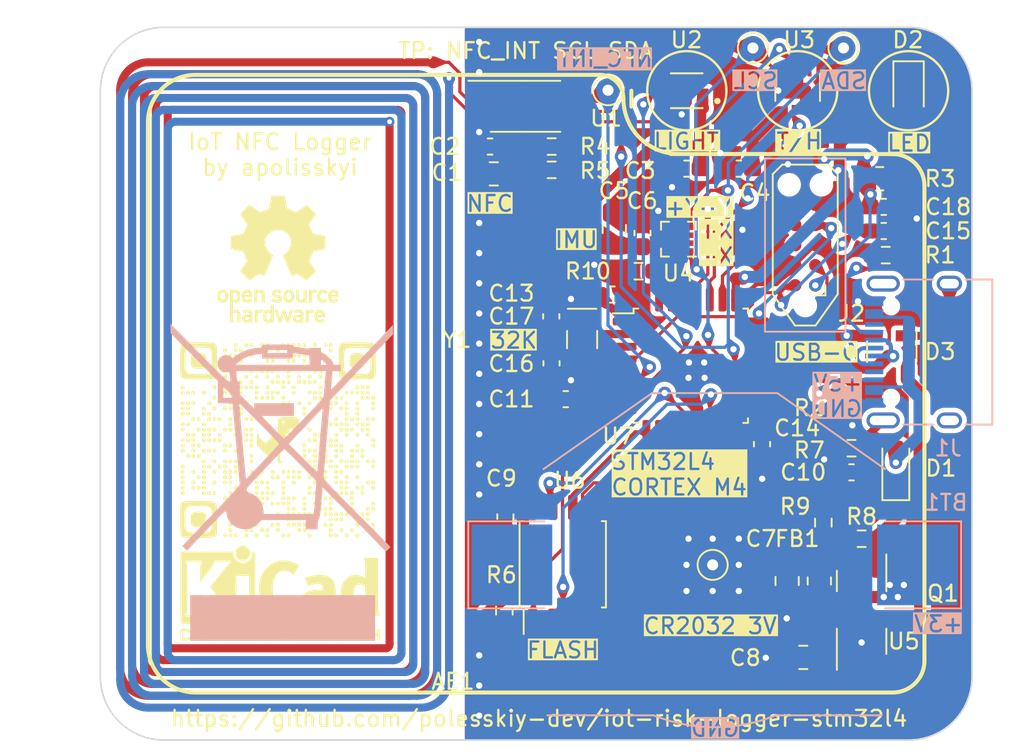
<source format=kicad_pcb>
(kicad_pcb (version 20221018) (generator pcbnew)
  (layers (0 "F.Cu" signal) (31 "B.Cu" signal) (34 "B.Paste" user) (35 "F.Paste" user) (36 "B.SilkS" user "B.Silkscreen") (37 "F.SilkS" user "F.Silkscreen") (38 "B.Mask" user) (39 "F.Mask" user) (44 "Edge.Cuts" user))
  (net 0 "")
  (net 1 "GND")
  (net 2 "_RESET")
  (net 3 "+3V0")
  (net 4 "_LED")
  (net 5 "/GND_SHIELD")
  (net 6 "SWDCLK")
  (net 7 "SWDIO")
  (net 8 "SDA")
  (net 9 "SCL")
  (net 10 "VDD")
  (net 11 "/LSE_IN")
  (net 12 "_NFC_INT")
  (net 13 "_LIGHT_INT")
  (net 14 "IMU_INT1")
  (net 15 "IMU_INT2")
  (net 16 "TEMP_INT")
  (net 17 "_TEMP_RESET")
  (net 18 "/LSE_OUT")
  (net 19 "/+VBUS")
  (net 20 "/+LED")
  (net 21 "USB_N")
  (net 22 "USB_P")
  (net 23 "/CC1")
  (net 25 "USB_VBUS_SENSE")
  (net 28 "SWO")
  (net 29 "/CC2")
  (net 31 "+5V")
  (net 32 "/BOOT0")
  (net 33 "/_QSPI_NCS")
  (net 35 "Net-(U1-AC0)")
  (net 36 "Net-(U1-AC1)")
  (net 42 "/QSPI_IO1")
  (net 43 "/QSPI_IO2")
  (net 44 "/QSPI_IO0")
  (net 45 "/QSPI_CLK")
  (net 46 "/QSPI_IO3")
  (net 47 "/+BATTERY")
  (footprint "Package_TO_SOT_SMD:SOT-23" (layer "F.Cu") (at 153.035 92.456 -90)
    (fp_text reference "Q1")
    (fp_text value "IRLML6401")
  )
  (footprint "TestPoint:TestPoint_THTPad_D1.5mm_Drill0.7mm" (layer "F.Cu") (at 151.892 58.801 90)
    (fp_text reference "TP1" hide)
    (fp_text value "TP: SDA")
  )
  (footprint "Resistor_SMD:R_0603_1608Metric_Pad0.98x0.95mm_HandSolder" (layer "F.Cu") (at 152.4 84.074 180)
    (fp_text reference "R7")
    (fp_text value "1M")
  )
  (footprint "Capacitor_SMD:C_0603_1608Metric" (layer "F.Cu") (at 133.4676 78.7146 -90)
    (fp_text reference "C16")
    (fp_text value "22p")
  )
  (footprint "Capacitor_SMD:C_0603_1608Metric_Pad1.08x0.95mm_HandSolder" (layer "F.Cu") (at 145.288 66.421 180)
    (fp_text reference "C4")
    (fp_text value "100n")
  )
  (footprint "Capacitor_SMD:C_0603_1608Metric_Pad1.08x0.95mm_HandSolder" (layer "F.Cu") (at 134.366 80.9752 180)
    (fp_text reference "C11")
    (fp_text value "100n")
  )
  (footprint "Resistor_SMD:R_0603_1608Metric_Pad0.98x0.95mm_HandSolder" (layer "F.Cu") (at 150.622 88.773 90)
    (fp_text reference "R9")
    (fp_text value "33k")
  )
  (footprint "Capacitor_SMD:C_0603_1608Metric_Pad1.08x0.95mm_HandSolder" (layer "F.Cu") (at 154.432 70.358)
    (fp_text reference "C15")
    (fp_text value "100n")
  )
  (footprint "LED_SMD:LED_0805_2012Metric_Pad1.15x1.40mm_HandSolder" (layer "F.Cu") (at 156 61.5 -90)
    (fp_text reference "D2")
    (fp_text value "LED")
  )
  (footprint "Resistor_SMD:R_0603_1608Metric_Pad0.98x0.95mm_HandSolder" (layer "F.Cu") (at 154.559 71.882)
    (fp_text reference "R1")
    (fp_text value "5k1")
  )
  (footprint "Sensor_Humidity:Sensirion_DFN-8-1EP_2.5x2.5mm_P0.5mm_EP1.1x1.7mm" (layer "F.Cu") (at 149 61.5 -90)
    (fp_text reference "U3")
    (fp_text value "SHT30-DIS")
  )
  (footprint "Package_TO_SOT_SMD:SOT-23-5" (layer "F.Cu") (at 153.035 96.266 90)
    (fp_text reference "U5")
    (fp_text value "AP2112K-3.3")
  )
  (footprint "TestPoint:TestPoint_THTPad_D1.5mm_Drill0.7mm" (layer "F.Cu") (at 146.177 58.801 90)
    (fp_text reference "TP2" hide)
    (fp_text value "TP: SCL")
  )
  (footprint "Resistor_SMD:R_0805_2012Metric_Pad1.20x1.40mm_HandSolder" (layer "F.Cu") (at 150.368 92.456 90)
    (fp_text reference "FB1")
    (fp_text value "330")
  )
  (footprint "Capacitor_SMD:C_0603_1608Metric_Pad1.08x0.95mm_HandSolder" (layer "F.Cu") (at 139.208 70.485 90)
    (fp_text reference "C6")
    (fp_text value "100n")
  )
  (footprint "Package_TO_SOT_SMD:SOT-143" (layer "F.Cu") (at 154.94 77.978 -90)
    (fp_text reference "D3")
    (fp_text value "PRTR5V0U2X")
  )
  (footprint "Resistor_SMD:R_0603_1608Metric_Pad0.98x0.95mm_HandSolder" (layer "F.Cu") (at 151.511 81.661 90)
    (fp_text reference "R2")
    (fp_text value "5k1")
  )
  (footprint "Diode_SMD:D_SOD-323_HandSoldering" (layer "F.Cu") (at 155.194 85.344 90)
    (fp_text reference "D1")
    (fp_text value "BAT60A")
  )
  (footprint "Symbol:KiCad-Logo2_5mm_SilkScreen" (layer "F.Cu") (at 116.332 93.218)
    (fp_text reference "REF99" hide)
    (fp_text value "KiCad-Logo2_5mm_SilkScreen" hide)
  )
  (footprint "Symbol:OSHW-Logo_7.5x8mm_SilkScreen" (layer "F.Cu") (at 116.205 72.136)
    (fp_text reference "REF98" hide)
    (fp_text value "OSHW-Logo_7.5x8mm_SilkScreen" hide)
  )
  (footprint "Resistor_SMD:R_0603_1608Metric_Pad0.98x0.95mm_HandSolder" (layer "F.Cu") (at 130.493 94.325 90)
    (fp_text reference "R6")
    (fp_text value "10k")
  )
  (footprint "Resistor_SMD:R_0805_2012Metric_Pad1.20x1.40mm_HandSolder" (layer "F.Cu") (at 154.178 67.056)
    (fp_text reference "R3")
    (fp_text value "1k")
  )
  (footprint "Capacitor_SMD:C_0603_1608Metric_Pad1.08x0.95mm_HandSolder" (layer "F.Cu") (at 146.7518 83.82 -90)
    (fp_text reference "C14")
    (fp_text value "100n")
  )
  (footprint "RF_Antenna:NFC_20x40" (layer "F.Cu") (at 116.75 80.456)
    (fp_text reference "AE1")
    (fp_text value "Antenna_Loop" hide)
  )
  (footprint "Capacitor_SMD:C_0603_1608Metric_Pad1.08x0.95mm_HandSolder" (layer "F.Cu") (at 130.556 88.392 -90)
    (fp_text reference "C9")
    (fp_text value "100n")
  )
  (footprint "Personal:SON65P200X200X65-7N" (layer "F.Cu") (at 142 61.5 180)
    (fp_text reference "U2")
    (fp_text value "OPT3001DNPR")
  )
  (footprint "LOGO" (layer "F.Cu") (at 116.205 83.566)
    (fp_text reference "G***" hide)
    (fp_text value "LOGO" hide)
  )
  (footprint "Package_LGA:LGA-12_2x2mm_P0.5mm" (layer "F.Cu") (at 141.478 70.8724 180)
    (fp_text reference "U4")
    (fp_text value "LIS2DW12")
  )
  (footprint "Capacitor_SMD:C_0603_1608Metric" (layer "F.Cu") (at 133.4516 75.7492 90)
    (fp_text reference "C17")
    (fp_text value "22p")
  )
  (footprint "Connector:Tag-Connect_TC2050-IDC-NL_2x05_P1.27mm_Vertical_with_bottom_clip" (layer "F.Cu") (at 149.479 71.247 90)
    (fp_text reference "J2")
    (fp_text value "TagConnect SWD ARM")
  )
  (footprint "Package_QFP:LQFP-32_7x7mm_P0.8mm" (layer "F.Cu") (at 142.256 78.867)
    (fp_text reference "U7")
    (fp_text value "STM32L412")
  )
  (footprint "Capacitor_SMD:C_0805_2012Metric_Pad1.18x1.45mm_HandSolder" (layer "F.Cu") (at 129.8233 66.7512 180)
    (fp_text reference "C1")
    (fp_text value "10u")
  )
  (footprint "Resistor_SMD:R_0603_1608Metric_Pad0.98x0.95mm_HandSolder" (layer "F.Cu") (at 133.477 66.4972)
    (fp_text reference "R5")
    (fp_text value "5k1")
  )
  (footprint "Crystal:Crystal_SMD_EuroQuartz_EQ161-2Pin_3.2x1.5mm" (layer "F.Cu") (at 135.398 77.216 -90)
    (fp_text reference "Y1")
    (fp_text value "32.768")
  )
  (footprint "Package_SO:TSSOP-8_4.4x3mm_P0.65mm" (layer "F.Cu") (at 131.826 62.484)
    (fp_text reference "U1")
    (fp_text value "ST25DV04K")
  )
  (footprint "Package_SO:SOIC-8_5.23x5.23mm_P1.27mm" (layer "F.Cu") (at 134.176 91.404 90)
    (fp_text reference "U6")
    (fp_text value "W25Q64JV")
  )
  (footprint "Resistor_SMD:R_0603_1608Metric_Pad0.98x0.95mm_HandSolder" (layer "F.Cu") (at 153.035 89.789 180)
    (fp_text reference "R8")
    (fp_text value "82k")
  )
  (footprint "TestPoint:TestPoint_THTPad_D1.5mm_Drill0.7mm" (layer "F.Cu") (at 137.033 61.468)
    (fp_text reference "TP4" hide)
    (fp_text value "TP: NFC_INT")
  )
  (footprint "Capacitor_SMD:C_0603_1608Metric_Pad1.08x0.95mm_HandSolder" (layer "F.Cu") (at 137.303 74.3712)
    (fp_text reference "C13")
    (fp_text value "100n")
  )
  (footprint "Capacitor_SMD:C_0603_1608Metric_Pad1.08x0.95mm_HandSolder" (layer "F.Cu") (at 129.5908 65.024 180)
    (fp_text reference "C2")
    (fp_text value "100n")
  )
  (footprint "Capacitor_SMD:C_0805_2012Metric_Pad1.18x1.45mm_HandSolder" (layer "F.Cu") (at 148.336 92.456 -90)
    (fp_text reference "C7")
    (fp_text value "10u")
  )
  (footprint "Capacitor_SMD:C_0603_1608Metric_Pad1.08x0.95mm_HandSolder" (layer "F.Cu") (at 141.986 66.421 180)
    (fp_text reference "C3")
    (fp_text value "100n")
  )
  (footprint "Capacitor_SMD:C_0603_1608Metric_Pad1.08x0.95mm_HandSolder" (layer "F.Cu") (at 152.4 85.598 180)
    (fp_text reference "C10")
    (fp_text value "4n7")
  )
  (footprint "TestPoint:TestPoint_THTPad_D1.5mm_Drill0.7mm" (layer "F.Cu") (at 143.637 91.44)
    (fp_text reference "TP3" hide)
    (fp_text value "TP: GND")
  )
  (footprint "Capacitor_SMD:C_0603_1608Metric_Pad1.08x0.95mm_HandSolder" (layer "F.Cu") (at 154.432 68.834)
    (fp_text reference "C18")
    (fp_text value "100n")
  )
  (footprint "Resistor_SMD:R_0603_1608Metric_Pad0.98x0.95mm_HandSolder" (layer "F.Cu") (at 138.954 72.898)
    (fp_text reference "R10")
    (fp_text value "10k")
  )
  (footprint "Resistor_SMD:R_0603_1608Metric_Pad0.98x0.95mm_HandSolder" (layer "F.Cu") (at 133.477 65.024)
    (fp_text reference "R4")
    (fp_text value "5k1")
  )
  (footprint "Capacitor_SMD:C_0805_2012Metric_Pad1.18x1.45mm_HandSolder" (layer "F.Cu") (at 137.43 70.231 90)
    (fp_text reference "C5")
    (fp_text value "10u")
  )
  (footprint "Capacitor_SMD:C_0805_2012Metric_Pad1.18x1.45mm_HandSolder" (layer "F.Cu") (at 149.352 97.282 180)
    (fp_text reference "C8")
    (fp_text value "10u")
  )
  (footprint "Symbol:WEEE-Logo_14x20mm_SilkScreen" (layer "B.Cu") (at 116.459 86.233 180)
    (fp_text reference "REF97" hide)
    (fp_text value "WEEE-Logo_14x20mm_SilkScreen" hide)
  )
  (footprint "Connector_USB:USB_C_Receptacle_XKB_U262-16XN-4BVC11" (layer "B.Cu") (at 157.5 78 -90)
    (fp_text reference "J1")
    (fp_text value "USB Type-C")
  )
  (footprint "Battery:BatteryHolder_Keystone_3002_1x2032" (layer "B.Cu") (at 143.764 91.44)
    (fp_text reference "BT1")
    (fp_text value "CR2032")
  )
  (gr_line (start 152.8572 94.0816) (end 152.8572 92.7608) (stroke (width 0.1)) (layer "F.Cu"))
  (gr_arc locked (start 154.3812 77.2414) (mid 154.8892 77.7494) (end 154.3812 78.2574) (stroke (width 0.254)) (layer "B.Cu"))
  (gr_line (start 156.0068 80.2132) (end 156.0322 76.0984) (stroke (width 0.762)) (layer "B.Cu"))
  (gr_line locked (start 152.7302 78.2574) (end 152.0952 76.9366) (stroke (width 0.254)) (layer "B.Cu"))
  (gr_line (start 153.8224 80.2132) (end 156.0068 80.2132) (stroke (width 0.2)) (layer "B.Cu"))
  (gr_line (start 156.0068 75.819) (end 154.0764 75.7936) (stroke (width 0.2)) (layer "B.Cu"))
  (gr_line (start 155 99.5) (end 111 99.5) (stroke (width 0.254)) (layer "F.SilkS"))
  (gr_circle (center 149 61.5) (end 151.5 61.5) (stroke (width 0.15)) (fill none) (layer "F.SilkS"))
  (gr_circle (center 142.005 61.5) (end 144.505 61.5) (stroke (width 0.15)) (fill none) (layer "F.SilkS"))
  (gr_arc (start 157 97.5) (mid 156.414214 98.914214) (end 155 99.5) (stroke (width 0.254)) (layer "F.SilkS"))
  (gr_arc (start 111 99.5) (mid 108.87868 98.62132) (end 108 96.5) (stroke (width 0.254)) (layer "F.SilkS"))
  (gr_line (start 108 96.5) (end 108 63.5) (stroke (width 0.254)) (layer "F.SilkS"))
  (gr_arc (start 136.5 60.495) (mid 137.564196 60.935804) (end 138.005 62) (stroke (width 0.254)) (layer "F.SilkS"))
  (gr_circle (center 156 61.5) (end 158.5 61.5) (stroke (width 0.15)) (fill none) (layer "F.SilkS"))
  (gr_line (start 138.505 61.5) (end 138.51 62.5) (stroke (width 0.254)) (layer "F.SilkS"))
  (gr_line (start 154.999999 65.5) (end 140.999175 65.494995) (stroke (width 0.254)) (layer "F.SilkS"))
  (gr_arc (start 141.494175 65.494995) (mid 139.026603 64.469278) (end 138.005 62) (stroke (width 0.254)) (layer "F.SilkS"))
  (gr_arc (start 108 63.5) (mid 108.87868 61.37868) (end 111 60.5) (stroke (width 0.254)) (layer "F.SilkS"))
  (gr_line (start 156.999999 67.5) (end 156.999999 97.5) (stroke (width 0.254)) (layer "F.SilkS"))
  (gr_line (start 111 60.5) (end 136.5 60.5) (stroke (width 0.254)) (layer "F.SilkS"))
  (gr_arc (start 154.999999 65.5) (mid 156.414213 66.085786) (end 156.999999 67.5) (stroke (width 0.254)) (layer "F.SilkS"))
  (gr_line (start 105 61.499986) (end 105 98.499986) (stroke (width 0.1)) (layer "Edge.Cuts"))
  (gr_arc (start 105 61.499986) (mid 106.171578 58.671568) (end 109 57.499986) (stroke (width 0.1)) (layer "Edge.Cuts"))
  (gr_line (start 109 57.499986) (end 156 57.5) (stroke (width 0.1)) (layer "Edge.Cuts"))
  (gr_line (start 109 102.499986) (end 156 102.5) (stroke (width 0.1)) (layer "Edge.Cuts"))
  (gr_arc (start 160 98.5) (mid 158.828427 101.328427) (end 156 102.5) (stroke (width 0.1)) (layer "Edge.Cuts"))
  (gr_line (start 160 61.5) (end 160 98.5) (stroke (width 0.1)) (layer "Edge.Cuts"))
  (gr_arc (start 109 102.499986) (mid 106.171578 101.328412) (end 105 98.499986) (stroke (width 0.1)) (layer "Edge.Cuts"))
  (gr_arc (start 156 57.5) (mid 158.828427 58.671573) (end 160 61.5) (stroke (width 0.1)) (layer "Edge.Cuts"))
  (gr_text "NFC_INT" (at 139.954 60.071) (layer "B.SilkS" knockout) (effects (font (size 1 1)) (justify left bottom mirror)))
  (gr_text "SCL" (at 147.828 61.468) (layer "B.SilkS" knockout) (effects (font (size 1 1)) (justify left bottom mirror)))
  (gr_text "SDA" (at 153.416 61.468) (layer "B.SilkS" knockout) (effects (font (size 1 1)) (justify left bottom mirror)))
  (gr_text "+3V" (at 159.512 95.758) (layer "B.SilkS" knockout) (effects (font (size 1 1)) (justify left bottom mirror)))
  (gr_text "+5V\nGND\n" (at 153.162 82.169) (layer "B.SilkS" knockout) (effects (font (size 1 1)) (justify left bottom mirror)))
  (gr_text "GND" (at 145.415 102.362) (layer "B.SilkS" knockout) (effects (font (size 1 1)) (justify left bottom mirror)))
  (gr_text "LED" (at 154.559 65.405) (layer "F.SilkS" knockout) (effects (font (size 1 1)) (justify left bottom)))
  (gr_text "CR2032 3V" (at 139.192 95.885) (layer "F.SilkS" knockout) (effects (font (size 1 1)) (justify left bottom)))
  (gr_text "https://github.com/polesskiy-dev/iot-risk-logger-stm32l4" (at 109.347 101.727) (layer "F.SilkS") (effects (font (size 1 1)) (justify left bottom)))
  (gr_text "FLASH" (at 131.826 97.409) (layer "F.SilkS" knockout) (effects (font (size 1 1)) (justify left bottom)))
  (gr_text "+X\n-X" (at 142.621 72.517) (layer "F.SilkS" knockout) (effects (font (size 1 1)) (justify left bottom)))
  (gr_text "IoT NFC Logger\nby apolisskyi" (at 116.332 66.929) (layer "F.SilkS") (effects (font (size 1 1)) (justify bottom)))
  (gr_text "TP: NFC_INT SCL SDA" (at 123.698 59.563) (layer "F.SilkS") (effects (font (size 1 1)) (justify left bottom)))
  (gr_text "+Y-Y" (at 140.5636 69.469) (layer "F.SilkS" knockout) (effects (font (size 1 1)) (justify left bottom)))
  (gr_text "32K" (at 129.54 77.851) (layer "F.SilkS" knockout) (effects (font (size 1 1)) (justify left bottom)))
  (gr_text "STM32L4 \nCORTEX M4" (at 137.16 87.122) (layer "F.SilkS" knockout) (effects (font (size 1 1)) (justify left bottom)))
  (gr_text "USB-C" (at 147.447 78.613) (layer "F.SilkS" knockout) (effects (font (size 1 1)) (justify left bottom)))
  (gr_text "T/H" (at 147.574 65.278) (layer "F.SilkS" knockout) (effects (font (size 1 1)) (justify left bottom)))
  (gr_text "LIGHT" (at 139.827 65.278) (layer "F.SilkS" knockout) (effects (font (size 1 1)) (justify left bottom)))
  (gr_text "NFC" (at 128.016 69.215) (layer "F.SilkS" knockout) (effects (font (size 1 1)) (justify left bottom)))
  (gr_text "IMU" (at 133.604 71.501) (layer "F.SilkS" knockout) (effects (font (size 1 1)) (justify left bottom)))
  (segment (start 149.2504 60.3504) (end 149.2504 62.6872) (width 0.2) (layer "F.Cu") (net 1))
  (segment locked (start 145.288 93.091) (end 145.288 89.789) (width 0.508) (layer "F.Cu") (net 1))
  (segment locked (start 141.986 89.916) (end 142.113 89.789) (width 0.508) (layer "F.Cu") (net 1))
  (segment locked (start 134.6962 79.7814) (end 134.6454 79.8068) (width 0.508) (layer "F.Cu") (net 1))
  (segment locked (start 134.6454 79.8068) (end 133.7848 79.8068) (width 0.508) (layer "F.Cu") (net 1))
  (segment (start 138.0415 72.898) (end 136.5758 72.898) (width 0.508) (layer "F.Cu") (net 1))
  (segment (start 145.288 91.44) (end 145.288 89.789) (width 0.508) (layer "F.Cu") (net 1))
  (segment (start 141.986 89.916) (end 142.113 89.789) (width 0.508) (layer "F.Cu") (net 1))
  (segment locked (start 134.6962 74.6506) (end 133.7752 74.6506) (width 0.508) (layer "F.Cu") (net 1))
  (segment (start 148.844 72.517) (end 149.987 71.374) (width 0.2) (layer "F.Cu") (net 1))
  (segment locked (start 142.113 89.789) (end 145.288 89.789) (width 0.508) (layer "F.Cu") (net 1))
  (segment (start 145.288 93.091) (end 145.288 91.44) (width 0.508) (layer "F.Cu") (net 1))
  (segment locked (start 141.986 93.091) (end 145.288 93.091) (width 0.508) (layer "F.Cu") (net 1))
  (segment (start 141.986 91.44) (end 141.986 89.916) (width 0.508) (layer "F.Cu") (net 1))
  (segment locked (start 134.62 74.6506) (end 134.6962 74.6506) (width 0.508) (layer "F.Cu") (net 1))
  (segment (start 142.113 89.789) (end 143.637 89.789) (width 0.508) (layer "F.Cu") (net 1))
  (segment (start 143.637 93.091) (end 145.288 93.091) (width 0.508) (layer "F.Cu") (net 1))
  (segment (start 141.986 93.091) (end 143.637 93.091) (width 0.508) (layer "F.Cu") (net 1))
  (segment locked (start 141.986 93.091) (end 141.986 89.916) (width 0.508) (layer "F.Cu") (net 1))
  (segment (start 143.637 89.789) (end 145.288 89.789) (width 0.508) (layer "F.Cu") (net 1))
  (segment (start 141.986 93.091) (end 141.986 91.44) (width 0.508) (layer "F.Cu") (net 1))
  (segment locked (start 133.7752 74.6506) (end 133.4516 74.9742) (width 0.508) (layer "F.Cu") (net 1))
  (segment (start 136.5758 72.898) (end 136.1694 72.4916) (width 0.508) (layer "F.Cu") (net 1))
  (segment locked (start 133.7848 79.8068) (end 133.4676 79.4896) (width 0.508) (layer "F.Cu") (net 1))
  (segment (start 144.4255 66.421) (end 144.4255 65.7363) (width 0.508) (layer "F.Cu") (net 1))
  (segment (start 147.7772 61.4934) (end 148.9934 61.4934) (width 0.508) (layer "F.Cu") (net 1))
  (segment locked (start 134.5946 79.8068) (end 134.6962 79.7814) (width 0.508) (layer "F.Cu") (net 1))
  (segment (start 148.9934 61.4934) (end 149 61.5) (width 0.508) (layer "F.Cu") (net 1))
  (segment (start 144.4255 65.7363) (end 144.1196 65.4304) (width 0.508) (layer "F.Cu") (net 1))
  (segment locked (start 134.62 79.8068) (end 134.5946 79.8068) (width 0.508) (layer "F.Cu") (net 1))
  (via (at 147.7772 61.4934) (size 0.8) (drill 0.4) (layers "F.Cu" "B.Cu") (net 1))
  (via (at 141.986 93.091) (size 0.8) (drill 0.4) (layers "F.Cu" "B.Cu") (net 1))
  (via (at 128.905 60.325) (size 0.8) (drill 0.4) (layers "F.Cu" "B.Cu") (net 1))
  (via (at 128.905 79.375) (size 0.8) (drill 0.4) (layers "F.Cu" "B.Cu") (net 1))
  (via (at 156.5148 69.5706) (size 0.8) (drill 0.4) (layers "F.Cu" "B.Cu") (net 1))
  (via (at 128.905 86.995) (size 0.8) (drill 0.4) (layers "F.Cu" "B.Cu") (net 1))
  (via (at 146.7612 86.0044) (size 0.8) (drill 0.4) (layers "F.Cu" "B.Cu") (net 1))
  (via (at 143.129 79.629) (size 0.8) (drill 0.4) (layers "F.Cu" "B.Cu") (net 1))
  (via (at 144.1196 65.4304) (size 0.8) (drill 0.4) (layers "F.Cu" "B.Cu") (net 1))
  (via (at 148.3868 66.1416) (size 0.8) (drill 0.4) (layers "F.Cu" "B.Cu") (net 1))
  (via (at 134.6962 79.7814) (size 0.8) (drill 0.4) (layers "F.Cu" "B.Cu") (net 1))
  (via (at 142.1384 78.6638) (size 0.8) (drill 0.4) (layers "F.Cu" "B.Cu") (net 1))
  (via (at 145.5166 70.2818) (size 0.8) (drill 0.4) (layers "F.Cu" "B.Cu") (net 1))
  (via (at 150.6728 84.7852) (size 0.8) (drill 0.4) (layers "F.Cu" "B.Cu") (net 1))
  (via (at 141.986 91.44) (size 0.8) (drill 0.4) (layers "F.Cu" "B.Cu") (net 1))
  (via (at 128.905 97.155) (size 0.8) (drill 0.4) (layers "F.Cu" "B.Cu") (net 1))
  (via (at 128.905 73.66) (size 0.8) (drill 0.4) (layers "F.Cu" "B.Cu") (net 1))
  (via (at 148.3106 94.8182) (size 0.8) (drill 0.4) (layers "F.Cu" "B.Cu") (net 1))
  (via (at 152.8064 74.803) (size 0.8) (drill 0.4) (layers "F.Cu" "B.Cu") (net 1))
  (via (at 145.288 93.091) (size 0.8) (drill 0.4) (layers "F.Cu" "B.Cu") (net 1))
  (via (at 145.288 89.789) (size 0.8) (drill 0.4) (layers "F.Cu" "B.Cu") (net 1))
  (via (at 128.905 83.185) (size 0.8) (drill 0.4) (layers "F.Cu" "B.Cu") (net 1))
  (via (at 141.0716 67.5894) (size 0.8) (drill 0.4) (layers "F.Cu" "B.Cu") (net 1))
  (via (at 143.637 89.789) (size 0.8) (drill 0.4) (layers "F.Cu" "B.Cu") (net 1))
  (via (at 136.1694 72.4916) (size 0.8) (drill 0.4) (layers "F.Cu" "B.Cu") (net 1))
  (via (at 152.4508 82.6262) (size 0.8) (drill 0.4) (layers "F.Cu" "B.Cu") (net 1))
  (via (at 145.288 91.44) (size 0.8) (drill 0.4) (layers "F.Cu" "B.Cu") (net 1))
  (via (at 134.6962 74.6506) (size 0.8) (drill 0.4) (layers "F.Cu" "B.Cu") (net 1))
  (via (at 128.905 71.755) (size 0.8) (drill 0.4) (layers "F.Cu" "B.Cu") (net 1))
  (via (at 143.1036 78.6638) (size 0.8) (drill 0.4) (layers "F.Cu" "B.Cu") (net 1))
  (via (at 141.6812 62.992) (size 0.8) (drill 0.4) (layers "F.Cu" "B.Cu") (net 1))
  (via (at 153.035 96.3422) (size 0.8) (drill 0.4) (layers "F.Cu" "B.Cu") (net 1))
  (via (at 128.905 85.09) (size 0.8) (drill 0.4) (layers "F.Cu" "B.Cu") (net 1))
  (via (at 128.905 58.42) (size 0.8) (drill 0.4) (layers "F.Cu" "B.Cu") (net 1))
  (via (at 142.113 89.789) (size 0.8) (drill 0.4) (layers "F.Cu" "B.Cu") (net 1))
  (via (at 140.208 69.088) (size 0.8) (drill 0.4) (layers "F.Cu" "B.Cu") (net 1))
  (via (at 128.905 77.47) (size 0.8) (drill 0.4) (layers "F.Cu" "B.Cu") (net 1))
  (via (at 142.113 79.629) (size 0.8) (drill 0.4) (layers "F.Cu" "B.Cu") (net 1))
  (via (at 128.905 75.565) (size 0.8) (drill 0.4) (layers "F.Cu" "B.Cu") (net 1))
  (via (at 143.637 93.091) (size 0.8) (drill 0.4) (layers "F.Cu" "B.Cu") (net 1))
  (via (at 128.905 81.28) (size 0.8) (drill 0.4) (layers "F.Cu" "B.Cu") (net 1))
  (via (at 128.905 64.1096) (size 0.8) (drill 0.4) (layers "F.Cu" "B.Cu") (net 1))
  (via (at 146.9898 97.3074) (size 0.8) (drill 0.4) (layers "F.Cu" "B.Cu") (net 1))
  (via (at 128.905 69.85) (size 0.8) (drill 0.4) (layers "F.Cu" "B.Cu") (net 1))
  (via (at 128.905 100.965) (size 0.8) (drill 0.4) (layers "F.Cu" "B.Cu") (net 1))
  (via (at 128.905 99.06) (size 0.8) (drill 0.4) (layers "F.Cu" "B.Cu") (net 1))
  (segment (start 147.8903 74.9759) (end 147.955 75.0406) (width 0.2032) (layer "F.Cu") (net 2))
  (segment (start 146.1476 74.9754) (end 145.357 75.766) (width 0.2032) (layer "F.Cu") (net 2))
  (segment (start 141.4034 75.766) (end 138.7024 78.467) (width 0.2032) (layer "F.Cu") (net 2))
  (segment (start 148.844 73.787) (end 148.3526 73.787) (width 0.2032) (layer "F.Cu") (net 2))
  (segment (start 147.8903 74.2493) (end 146.61 74.2493) (width 0.2032) (layer "F.Cu") (net 2))
  (segment (start 146.1476 74.7117) (end 146.1476 74.9754) (width 0.2032) (layer "F.Cu") (net 2))
  (segment (start 145.357 75.766) (end 141.4034 75.766) (width 0.2032) (layer "F.Cu") (net 2))
  (segment (start 146.61 74.2493) (end 146.1476 74.7117) (width 0.2032) (layer "F.Cu") (net 2))
  (segment (start 147.8903 74.2493) (end 147.8903 74.9759) (width 0.2032) (layer "F.Cu") (net 2))
  (segment (start 151.8158 71.1708) (end 152.6286 70.358) (width 0.2032) (layer "F.Cu") (net 2))
  (segment (start 138.7024 78.467) (end 138.081 78.467) (width 0.2032) (layer "F.Cu") (net 2))
  (segment (start 152.6286 70.358) (end 153.5695 70.358) (width 0.2032) (layer "F.Cu") (net 2))
  (segment (start 148.3526 73.787) (end 147.8903 74.2493) (width 0.2032) (layer "F.Cu") (net 2))
  (via (at 147.955 75.0406) (size 0.8) (drill 0.4) (layers "F.Cu" "B.Cu") (net 2))
  (via (at 151.8158 71.1708) (size 0.8) (drill 0.4) (layers "F.Cu" "B.Cu") (net 2))
  (segment (start 147.955 74.949262) (end 151.733462 71.1708) (width 0.2032) (layer "B.Cu") (net 2))
  (segment (start 151.733462 71.1708) (end 151.8158 71.1708) (width 0.2032) (layer "B.Cu") (net 2))
  (segment (start 147.955 75.0406) (end 147.955 74.949262) (width 0.2032) (layer "B.Cu") (net 2))
  (segment (start 150.3903 93.4337) (end 152.085 95.1285) (width 0.762) (layer "F.Cu") (net 3))
  (segment (start 150.3903 93.4337) (end 152.085 91.739) (width 0.762) (layer "F.Cu") (net 3))
  (segment (start 152.085 91.739) (end 152.085 91.5185) (width 0.762) (layer "F.Cu") (net 3))
  (segment (start 150.368 93.456) (end 150.3903 93.4337) (width 0.762) (layer "F.Cu") (net 3))
  (segment (start 151.5639 66.522) (end 151.6612 66.4247) (width 0.762) (layer "F.Cu") (net 4))
  (segment (start 145.5653 73.3569) (end 145.6669 73.2553) (width 0.762) (layer "F.Cu") (net 4))
  (segment (start 151.6612 66.4247) (end 151.6612 64.8138) (width 0.762) (layer "F.Cu") (net 4))
  (segment (start 145.0911 73.3569) (end 145.5653 73.3569) (width 0.762) (layer "F.Cu") (net 4))
  (segment (start 145.0911 74.6569) (end 145.056 74.692) (width 0.5008) (layer "F.Cu") (net 4))
  (segment (start 151.6612 64.8138) (end 156 60.475) (width 0.762) (layer "F.Cu") (net 4))
  (segment (start 145.0911 73.3569) (end 145.0911 74.6569) (width 0.5008) (layer "F.Cu") (net 4))
  (via (at 151.5639 66.522) (size 0.8) (drill 0.4) (layers "F.Cu" "B.Cu") (net 4))
  (via (at 145.6669 73.2553) (size 0.8) (drill 0.4) (layers "F.Cu" "B.Cu") (net 4))
  (segment (start 151.8264 68.011) (end 151.8264 66.7845) (width 0.762) (layer "B.Cu") (net 4))
  (segment (start 145.6669 73.2553) (end 146.5821 73.2553) (width 0.762) (layer "B.Cu") (net 4))
  (segment (start 146.5821 73.2553) (end 151.8264 68.011) (width 0.762) (layer "B.Cu") (net 4))
  (segment (start 151.8264 66.7845) (end 151.5639 66.522) (width 0.762) (layer "B.Cu") (net 4))
  (segment locked (start 156.071 76.978) (end 157.083 76.978) (width 0.508) (layer "F.Cu") (net 5))
  (segment (start 153.2625 83.4525) (end 154.395 82.32) (width 0.508) (layer "F.Cu") (net 5))
  (segment locked (start 157.083 76.978) (end 158.575 75.486) (width 0.508) (layer "F.Cu") (net 5))
  (segment (start 153.2625 85.598) (end 153.2625 83.4525) (width 0.508) (layer "F.Cu") (net 5))
  (segment locked (start 158.575 75.486) (end 158.575 73.68) (width 0.508) (layer "F.Cu") (net 5))
  (segment (start 150.114 69.977) (end 150.9214 69.977) (width 0.2032) (layer "F.Cu") (net 6))
  (segment (start 146.431 75.688032) (end 146.431 76.067) (width 0.2032) (layer "F.Cu") (net 6))
  (segment (start 150.9214 69.977) (end 151.1198 70.1754) (width 0.2032) (layer "F.Cu") (net 6))
  (segment (start 146.561166 75.557866) (end 146.431 75.688032) (width 0.2032) (layer "F.Cu") (net 6))
  (via (at 151.1198 70.1754) (size 0.8) (drill 0.4) (layers "F.Cu" "B.Cu") (net 6))
  (via (at 146.561166 75.557866) (size 0.8) (drill 0.4) (layers "F.Cu" "B.Cu") (net 6))
  (segment (start 146.561166 75.297534) (end 151.1198 70.7389) (width 0.2032) (layer "B.Cu") (net 6))
  (segment (start 146.561166 75.557866) (end 146.561166 75.297534) (width 0.2032) (layer "B.Cu") (net 6))
  (segment (start 151.1198 70.7389) (end 151.1198 70.1754) (width 0.2032) (layer "B.Cu") (net 6))
  (segment (start 146.431 76.867) (end 147.6449 76.867) (width 0.2032) (layer "F.Cu") (net 7))
  (segment (start 150.85 73.253) (end 150.114 72.517) (width 0.2032) (layer "F.Cu") (net 7))
  (segment (start 149.9196 76.109) (end 150.85 75.1786) (width 0.2032) (layer "F.Cu") (net 7))
  (segment (start 148.4029 76.109) (end 149.9196 76.109) (width 0.2032) (layer "F.Cu") (net 7))
  (segment (start 150.85 75.1786) (end 150.85 73.253) (width 0.2032) (layer "F.Cu") (net 7))
  (segment (start 147.6449 76.867) (end 148.4029 76.109) (width 0.2032) (layer "F.Cu") (net 7))
  (segment (start 134.3895 65.024) (end 134.3895 63.758) (width 0.2032) (layer "F.Cu") (net 8))
  (segment (start 142.2586 69.047831) (end 142.2586 70.1224) (width 0.2032) (layer "F.Cu") (net 8))
  (segment (start 134.3895 63.758) (end 134.6885 63.459) (width 0.2032) (layer "F.Cu") (net 8))
  (segment (start 149.75 60.325) (end 149.75 59.7433) (width 0.2032) (layer "F.Cu") (net 8))
  (segment (start 137.8615 63.459) (end 137.8615 65.6599) (width 0.2032) (layer "F.Cu") (net 8))
  (segment (start 141.005 62.15) (end 139.696 63.459) (width 0.2032) (layer "F.Cu") (net 8))
  (segment (start 150.6923 58.801) (end 149.75 59.7433) (width 0.2032) (layer "F.Cu") (net 8))
  (segment (start 144.6022 67.7926) (end 143.513831 67.7926) (width 0.2032) (layer "F.Cu") (net 8))
  (segment (start 139.696 63.459) (end 137.8615 63.459) (width 0.2032) (layer "F.Cu") (net 8))
  (segment (start 144.9498 78.3926) (end 144.9498 77.8238) (width 0.2032) (layer "F.Cu") (net 8))
  (segment (start 137.8615 63.459) (end 134.6885 63.459) (width 0.2032) (layer "F.Cu") (net 8))
  (segment (start 151.892 58.801) (end 150.6923 58.801) (width 0.2032) (layer "F.Cu") (net 8))
  (segment (start 143.513831 67.7926) (end 142.2586 69.047831) (width 0.2032) (layer "F.Cu") (net 8))
  (segment (start 146.431 79.267) (end 145.8242 79.267) (width 0.2032) (layer "F.Cu") (net 8))
  (segment (start 145.8242 79.267) (end 144.9498 78.3926) (width 0.2032) (layer "F.Cu") (net 8))
  (via (at 144.9498 77.8238) (size 0.8) (drill 0.4) (layers "F.Cu" "B.Cu") (net 8))
  (via (at 137.8615 65.6599) (size 0.8) (drill 0.4) (layers "F.Cu" "B.Cu") (net 8))
  (via (at 144.6022 67.7926) (size 0.8) (drill 0.4) (layers "F.Cu" "B.Cu") (net 8))
  (segment (start 144.4134 77.7026) (end 141.6776 77.7026) (width 0.2032) (layer "B.Cu") (net 8))
  (segment (start 144.621 66.072) (end 151.892 58.801) (width 0.2032) (layer "B.Cu") (net 8))
  (segment (start 141.6776 77.7026) (end 137.8615 73.8865) (width 0.2032) (layer "B.Cu") (net 8))
  (segment (start 144.621 77.495) (end 144.4134 77.7026) (width 0.2032) (layer "B.Cu") (net 8))
  (segment (start 137.8615 73.8865) (end 137.8615 65.6599) (width 0.2032) (layer "B.Cu") (net 8))
  (segment (start 144.9498 77.8238) (end 144.621 77.495) (width 0.2032) (layer "B.Cu") (net 8))
  (segment (start 144.621 77.495) (end 144.621 66.072) (width 0.2032) (layer "B.Cu") (net 8))
  (segment (start 146.177 58.801) (end 147.701 60.325) (width 0.2032) (layer "F.Cu") (net 9))
  (segment (start 146.177 58.801) (end 143.054 58.801) (width 0.2032) (layer "F.Cu") (net 9))
  (segment (start 134.3895 66.4972) (end 133.5871 65.6948) (width 0.2032) (layer "F.Cu") (net 9))
  (segment (start 134.0056 62.809) (end 134.6885 62.809) (width 0.2032) (layer "F.Cu") (net 9))
  (segment (start 142.2405 71.6224) (end 142.2405 72.1041) (width 0.2032) (layer "F.Cu") (net 9))
  (segment (start 139.6051 60.85) (end 141.005 60.85) (width 0.2032) (layer "F.Cu") (net 9))
  (segment (start 143.3438 77.5419) (end 145.8689 80.067) (width 0.2032) (layer "F.Cu") (net 9))
  (segment (start 143.3438 76.917) (end 143.3438 77.5419) (width 0.2032) (layer "F.Cu") (net 9))
  (segment (start 142.6263 72.4899) (end 142.6263 72.7791) (width 0.2032) (layer "F.Cu") (net 9))
  (segment (start 143.054 58.801) (end 141.005 60.85) (width 0.2032) (layer "F.Cu") (net 9))
  (segment (start 145.8689 80.067) (end 146.431 80.067) (width 0.2032) (layer "F.Cu") (net 9))
  (segment (start 137.6461 62.809) (end 139.6051 60.85) (width 0.2032) (layer "F.Cu") (net 9))
  (segment (start 134.6885 62.809) (end 137.6461 62.809) (width 0.2032) (layer "F.Cu") (net 9))
  (segment (start 133.5871 65.6948) (end 133.5871 63.2275) (width 0.2032) (layer "F.Cu") (net 9))
  (segment (start 133.5871 63.2275) (end 134.0056 62.809) (width 0.2032) (layer "F.Cu") (net 9))
  (segment (start 142.2405 72.1041) (end 142.6263 72.4899) (width 0.2032) (layer "F.Cu") (net 9))
  (segment (start 147.701 60.325) (end 148.25 60.325) (width 0.2032) (layer "F.Cu") (net 9))
  (via (at 143.3438 76.917) (size 0.8) (drill 0.4) (layers "F.Cu" "B.Cu") (net 9))
  (via (at 142.6263 72.7791) (size 0.8) (drill 0.4) (layers "F.Cu" "B.Cu") (net 9))
  (segment (start 142.5935 72.7463) (end 142.6263 72.7791) (width 0.2032) (layer "B.Cu") (net 9))
  (segment (start 143.3438 73.4966) (end 143.3438 76.917) (width 0.2032) (layer "B.Cu") (net 9))
  (segment (start 142.6263 72.7791) (end 143.3438 73.4966) (width 0.2032) (layer "B.Cu") (net 9))
  (segment (start 146.177 58.801) (end 142.5935 62.3845) (width 0.2032) (layer "B.Cu") (net 9))
  (segment (start 142.5935 62.3845) (end 142.5935 72.7463) (width 0.2032) (layer "B.Cu") (net 9))
  (segment (start 130.8608 66.0913) (end 132.5645 66.0913) (width 0.762) (layer "F.Cu") (net 10))
  (segment (start 130.8305 87.804) (end 130.556 87.5295) (width 0.762) (layer "F.Cu") (net 10))
  (segment (start 131.9276 74.3712) (end 133.423942 72.874858) (width 0.762) (layer "F.Cu") (net 10))
  (segment (start 146.7518 82.9323) (end 146.431 82.6115) (width 0.762) (layer "F.Cu") (net 10))
  (segment (start 132.5645 62.5494) (end 132.5645 65.024) (width 0.762) (layer "F.Cu") (net 10))
  (segment (start 147.828 62.865) (end 147.828 63.0676) (width 0.762) (layer "F.Cu") (net 10))
  (segment (start 134.6885 61.3125) (end 134.6885 61.509) (width 0.4006) (layer "F.Cu") (net 10))
  (segment (start 136.0644 68.4805) (end 137.8989 66.646) (width 0.762) (layer "F.Cu") (net 10))
  (segment (start 132.271 87.804) (end 132.271 84.0187) (width 0.762) (layer "F.Cu") (net 10))
  (segment (start 134.5478 68.4805) (end 136.0644 68.4805) (width 0.762) (layer "F.Cu") (net 10))
  (segment (start 146.4872 91.4015) (end 146.4872 93.4308) (width 0.762) (layer "F.Cu") (net 10))
  (segment (start 138.081 76.0447) (end 138.081 76.067) (width 0.5008) (layer "F.Cu") (net 10))
  (segment (start 133.423942 73.3044) (end 133.423942 72.874858) (width 0.762) (layer "F.Cu") (net 10))
  (segment (start 130.8608 65.4315) (end 130.8608 66.0913) (width 0.762) (layer "F.Cu") (net 10))
  (segment (start 142.8485 66.276) (end 142.8485 66.421) (width 0.762) (layer "F.Cu") (net 10))
  (segment (start 132.5645 66.0913) (end 132.5645 66.4972) (width 0.762) (layer "F.Cu") (net 10))
  (segment (start 132.5645 66.4972) (end 134.5478 68.4805) (width 0.762) (layer "F.Cu") (net 10))
  (segment (start 142.848 66.2755) (end 142.8485 66.276) (width 0.762) (layer "F.Cu") (net 10))
  (segment (start 146.1505 65.717) (end 146.1505 66.421) (width 0.762) (layer "F.Cu") (net 10))
  (segment (start 132.271 84.0187) (end 133.5074 82.7823) (width 0.762) (layer "F.Cu") (net 10))
  (segment (start 134.6885 61.3125) (end 133.8014 61.3125) (width 0.762) (layer "F.Cu") (net 10))
  (segment (start 147.9071 90.2389) (end 147.9071 84.0624) (width 0.762) (layer "F.Cu") (net 10))
  (segment (start 137.43 71.3475) (end 139.208 71.3475) (width 0.762) (layer "F.Cu") (net 10))
  (segment locked (start 142.8485 66.421) (end 142.8485 62.7645) (width 0.762) (layer "F.Cu") (net 10))
  (segment (start 133.5074 82.7823) (end 135.2285 81.0612) (width 0.762) (layer "F.Cu") (net 10))
  (segment (start 142.995 62.6176) (end 142.995 62.15) (width 0.2698) (layer "F.Cu") (net 10))
  (segment (start 131.6716 91.7681) (end 131.6701 91.7696) (width 0.762) (layer "F.Cu") (net 10))
  (segment (start 145.9208 64.3128) (end 143.5473 64.3128) (width 0.762) (layer "F.Cu") (net 10))
  (segment (start 136.9177 74.8814) (end 138.081 76.0447) (width 0.5008) (layer "F.Cu") (net 10))
  (segment locked (start 146.1505 66.421) (end 146.1505 64.5425) (width 0.762) (layer "F.Cu") (net 10))
  (segment (start 135.2285 80.9218) (end 136.8833 79.267) (width 0.762) (layer "F.Cu") (net 10))
  (segment (start 150.3305 91.4185) (end 150.368 91.456) (width 0.762) (layer "F.Cu") (net 10))
  (segment (start 131.9276 81.9404) (end 131.9276 74.3712) (width 0.762) (layer "F.Cu") (net 10))
  (segment (start 137.8989 66.646) (end 138.27 66.646) (width 0.762) (layer "F.Cu") (net 10))
  (segment (start 146.4872 93.4308) (end 143.4312 96.4868) (width 0.762) (layer "F.Cu") (net 10))
  (segment (start 135.2285 80.9752) (end 135.2285 80.9218) (width 0.762) (layer "F.Cu") (net 10))
  (segment (start 153.178 65.8619) (end 153.178 67.056) (width 0.762) (layer "F.Cu") (net 10))
  (segment (start 132.7695 82.7823) (end 131.9276 81.9404) (width 0.762) (layer "F.Cu") (net 10))
  (segment (start 153.5695 68.0223) (end 153.5695 67.4475) (width 0.762) (layer "F.Cu") (net 10))
  (segment (start 136.8833 79.267) (end 138.081 79.267) (width 0.5008) (layer "F.Cu") (net 10))
  (segment (start 153.5938 68.0466) (end 153.5695 68.0223) (width 0.762) (layer "F.Cu") (net 10))
  (segment (start 146.7518 82.9575) (end 146.7518 82.9323) (width 0.762) (layer "F.Cu") (net 10))
  (segment (start 133.423942 73.3044) (end 135.3737 73.3044) (width 0.762) (layer "F.Cu") (net 10))
  (segment (start 147.9071 90.2389) (end 147.6498 90.2389) (width 0.762) (layer "F.Cu") (net 10))
  (segment (start 148.336 91.4185) (end 148.336 90.6678) (width 0.762) (layer "F.Cu") (net 10))
  (segment (start 131.6701 92.2354) (end 130.493 93.4125) (width 0.762) (layer "F.Cu") (net 10))
  (segment (start 132.271 87.804) (end 131.6716 87.804) (width 0.762) (layer "F.Cu") (net 10))
  (segment (start 130.4533 65.024) (end 130.8608 65.4315) (width 0.762) (layer "F.Cu") (net 10))
  (segment (start 132.5645 65.024) (end 132.5645 66.0913) (width 0.762) (layer "F.Cu") (net 10))
  (segment (start 147.9071 84.0624) (end 146.8022 82.9575) (width 0.762) (layer "F.Cu") (net 10))
  (segment (start 148.0404 63.28) (end 148.25 63.28) (width 0.2498) (layer "F.Cu") (net 10))
  (segment (start 143.5473 64.3128) (end 142.848 65.0121) (width 0.762) (layer "F.Cu") (net 10))
  (segment (start 148.336 91.4185) (end 150.3305 91.4185) (width 0.762) (layer "F.Cu") (net 10))
  (segment (start 138.27 66.646) (end 139.9039 65.0121) (width 0.762) (layer "F.Cu") (net 10))
  (segment (start 130.0402 96.4868) (end 129.4288 95.8754) (width 0.762) (layer "F.Cu") (net 10))
  (segment (start 130.8608 66.0913) (end 130.8608 66.7512) (width 0.762) (layer "F.Cu") (net 10))
  (segment (start 133.8014 61.3125) (end 132.5645 62.5494) (width 0.762) (layer "F.Cu") (net 10))
  (segment (start 147.6498 90.2389) (end 146.4872 91.4015) (width 0.762) (layer "F.Cu") (net 10))
  (segment (start 153.5695 67.4475) (end 153.178 67.056) (width 0.762) (layer "F.Cu") (net 10))
  (segment (start 133.423942 72.874858) (end 134.9513 71.3475) (width 0.762) (layer "F.Cu") (net 10))
  (segment (start 131.6716 87.804) (end 131.6716 91.7681) (width 0.762) (layer "F.Cu") (net 10))
  (segment (start 148.25 62.675) (end 148.25 63.28) (width 0.2498) (layer "F.Cu") (net 10))
  (segment (start 136.9177 74.8814) (end 136.4405 74.4042) (width 0.762) (layer "F.Cu") (net 10))
  (segment (start 133.5074 82.7823) (end 132.7695 82.7823) (width 0.762) (layer "F.Cu") (net 10))
  (segment (start 136.0644 69.9029) (end 137.43 71.2685) (width 0.762) (layer "F.Cu") (net 10))
  (segment (start 139.9039 65.0121) (end 142.848 65.0121) (width 0.762) (layer "F.Cu") (net 10))
  (segment (start 146.8022 82.9575) (end 146.7518 82.9575) (width 0.762) (layer "F.Cu") (net 10))
  (segment (start 134.9513 71.3475) (end 137.43 71.3475) (width 0.762) (layer "F.Cu") (net 10))
  (segment (start 129.4288 94.4767) (end 130.493 93.4125) (width 0.762) (layer "F.Cu") (net 10))
  (segment (start 129.4288 95.8754) (end 129.4288 94.4767) (width 0.762) (layer "F.Cu") (net 10))
  (segment (start 146.1505 64.5425) (end 145.9208 64.3128) (width 0.762) (layer "F.Cu") (net 10))
  (segment (start 153.5695 68.834) (end 153.5695 68.0709) (width 0.762) (layer "F.Cu") (net 10))
  (segment (start 148.0404 64.0345) (end 148.0404 63.28) (width 0.762) (layer "F.Cu") (net 10))
  (segment (start 147.828 63.0676) (end 148.0404 63.28) (width 0.762) (layer "F.Cu") (net 10))
  (segment (start 137.43 71.3475) (end 137.43 71.2685) (width 0.762) (layer "F.Cu") (net 10))
  (segment locked (start 142.8485 62.7645) (end 143.0274 62.5856) (width 0.762) (layer "F.Cu") (net 10))
  (segment (start 153.3959 65.644) (end 153.178 65.8619) (width 0.762) (layer "F.Cu") (net 10))
  (segment (start 143.4312 96.4868) (end 130.0402 96.4868) (width 0.762) (layer "F.Cu") (net 10))
  (segment (start 135.3737 73.3044) (end 135.7829 73.7136) (width 0.762) (layer "F.Cu") (net 10))
  (segment (start 153.5695 68.0709) (end 153.5938 68.0466) (width 0.762) (layer "F.Cu") (net 10))
  (segment (start 149.8182 65.8123) (end 148.0404 64.0345) (width 0.762) (layer "F.Cu") (net 10))
  (segment (start 136.0644 68.4805) (end 136.0644 69.9029) (width 0.762) (layer "F.Cu") (net 10))
  (segment (start 146.431 82.6115) (end 146.431 81.667) (width 0.5008) (layer "F.Cu") (net 10))
  (segment (start 146.15 65.7165) (end 146.1505 65.717) (width 0.762) (layer "F.Cu") (net 10))
  (segment locked (start 146.1505 64.5425) (end 147.828 62.865) (width 0.762) (layer "F.Cu") (net 10))
  (segment (start 148.336 90.6678) (end 147.9071 90.2389) (width 0.762) (layer "F.Cu") (net 10))
  (segment (start 136.4405 74.4042) (end 136.4405 74.3712) (width 0.762) (layer "F.Cu") (net 10))
  (segment (start 131.6701 91.7696) (end 131.6701 92.2354) (width 0.762) (layer "F.Cu") (net 10))
  (segment (start 135.7829 73.7136) (end 136.4405 74.3712) (width 0.762) (layer "F.Cu") (net 10))
  (segment (start 135.2285 81.0612) (end 135.2285 80.9752) (width 0.762) (layer "F.Cu") (net 10))
  (segment (start 131.6716 87.804) (end 130.8305 87.804) (width 0.762) (layer "F.Cu") (net 10))
  (segment (start 150.6751 65.8123) (end 149.8182 65.8123) (width 0.762) (layer "F.Cu") (net 10))
  (via (at 153.5938 68.0466) (size 0.8) (drill 0.4) (layers "F.Cu" "B.Cu") (net 10))
  (via (at 150.6751 65.8123) (size 0.8) (drill 0.4) (layers "F.Cu" "B.Cu") (net 10))
  (via (at 153.3959 65.644) (size 0.8) (drill 0.4) (layers "F.Cu" "B.Cu") (net 10))
  (via (at 150.114 73.787) (size 0.8) (drill 0.4) (layers "F.Cu" "B.Cu") (net 10))
  (segment (start 153.5684 70.6628) (end 153.5684 68.072) (width 0.2) (layer "B.Cu") (net 10))
  (segment (start 150.9621 65.5253) (end 150.6751 65.8123) (width 0.762) (layer "B.Cu") (net 10))
  (segment (start 153.2772 65.5253) (end 150.9621 65.5253) (width 0.762) (layer "B.Cu") (net 10))
  (segment (start 150.0886 73.787) (end 153.5684 70.6628) (width 0.2) (layer "B.Cu") (net 10))
  (segment (start 153.3959 65.644) (end 153.2772 65.5253) (width 0.762) (layer "B.Cu") (net 10))
  (segment locked (start 134.8398 76.5242) (end 135.398 75.966) (width 0.508) (layer "F.Cu") (net 11))
  (segment locked (start 136.299 76.867) (end 135.398 75.966) (width 0.508) (layer "F.Cu") (net 11))
  (segment locked (start 138.081 76.867) (end 136.299 76.867) (width 0.508) (layer "F.Cu") (net 11))
  (segment locked (start 133.4516 76.5242) (end 134.8398 76.5242) (width 0.508) (layer "F.Cu") (net 11))
  (segment (start 136.342 62.159) (end 137.033 61.468) (width 0.2032) (layer "F.Cu") (net 12))
  (segment (start 138.6422 80.067) (end 138.081 80.067) (width 0.2032) (layer "F.Cu") (net 12))
  (segment (start 134.6885 62.159) (end 136.342 62.159) (width 0.2032) (layer "F.Cu") (net 12))
  (segment (start 139.6664 78.9447) (end 139.6664 79.0428) (width 0.2032) (layer "F.Cu") (net 12))
  (segment (start 139.6664 79.0428) (end 138.6422 80.067) (width 0.2032) (layer "F.Cu") (net 12))
  (via (at 139.6664 78.9447) (size 0.8) (drill 0.4) (layers "F.Cu" "B.Cu") (net 12))
  (segment (start 137.033 61.468) (end 137.033 76.3113) (width 0.2032) (layer "B.Cu") (net 12))
  (segment (start 137.033 76.3113) (end 139.6664 78.9447) (width 0.2032) (layer "B.Cu") (net 12))
  (segment (start 138.081 80.867) (end 138.7436 80.867) (width 0.2032) (layer "F.Cu") (net 13))
  (segment (start 141.005 61.5) (end 140.1203 61.5) (width 0.2032) (layer "F.Cu") (net 13))
  (segment (start 140.1203 61.5) (end 139.2617 62.3586) (width 0.2032) (layer "F.Cu") (net 13))
  (segment (start 138.7436 80.867) (end 141.9758 77.6348) (width 0.2032) (layer "F.Cu") (net 13))
  (segment (start 141.9758 77.6348) (end 141.9758 76.9933) (width 0.2032) (layer "F.Cu") (net 13))
  (via (at 139.2617 62.3586) (size 0.8) (drill 0.4) (layers "F.Cu" "B.Cu") (net 13))
  (via (at 141.9758 76.9933) (size 0.8) (drill 0.4) (layers "F.Cu" "B.Cu") (net 13))
  (segment (start 141.9758 76.9933) (end 139.2617 74.2792) (width 0.2032) (layer "B.Cu") (net 13))
  (segment (start 139.2617 74.2792) (end 139.2617 62.3586) (width 0.2032) (layer "B.Cu") (net 13))
  (segment (start 141.856 74.692) (end 141.728 74.564) (width 0.2032) (layer "F.Cu") (net 14))
  (segment (start 141.728 74.564) (end 141.728 71.6349) (width 0.2032) (layer "F.Cu") (net 14))
  (segment (start 141.228 71.6349) (end 141.228 74.52) (width 0.2032) (layer "F.Cu") (net 15))
  (segment (start 141.228 74.52) (end 141.056 74.692) (width 0.2032) (layer "F.Cu") (net 15))
  (segment (start 148.75 60.325) (end 148.75 59.7433) (width 0.2032) (layer "F.Cu") (net 16))
  (segment (start 142.656 73.7489) (end 142.656 74.692) (width 0.2032) (layer "F.Cu") (net 16))
  (segment (start 143.333 68.985951) (end 143.333 73.0719) (width 0.2032) (layer "F.Cu") (net 16))
  (segment (start 148.75 59.7433) (end 148.7212 59.7433) (width 0.2032) (layer "F.Cu") (net 16))
  (segment (start 143.333 73.0719) (end 142.656 73.7489) (width 0.2032) (layer "F.Cu") (net 16))
  (segment (start 143.325109 68.97806) (end 143.333 68.985951) (width 0.2032) (layer "F.Cu") (net 16))
  (segment (start 148.7212 59.7433) (end 147.8507 58.8728) (width 0.2032) (layer "F.Cu") (net 16))
  (via (at 147.8507 58.8728) (size 0.8) (drill 0.4) (layers "F.Cu" "B.Cu") (net 16))
  (via (at 143.325109 68.97806) (size 0.8) (drill 0.4) (layers "F.Cu" "B.Cu") (net 16))
  (segment (start 143.325109 68.97806) (end 143.3141 68.967051) (width 0.2032) (layer "B.Cu") (net 16))
  (segment (start 143.3141 68.967051) (end 143.3141 63.4094) (width 0.2032) (layer "B.Cu") (net 16))
  (segment (start 143.3141 63.4094) (end 147.8507 58.8728) (width 0.2032) (layer "B.Cu") (net 16))
  (segment (start 148.75 63.3351) (end 148.75 62.675) (width 0.2032) (layer "F.Cu") (net 17))
  (segment (start 143.456 73.5264) (end 143.456 74.692) (width 0.2032) (layer "F.Cu") (net 17))
  (segment (start 143.7413 70.4061) (end 143.7413 73.2411) (width 0.2032) (layer "F.Cu") (net 17))
  (segment (start 149.125 63.7101) (end 148.75 63.3351) (width 0.2032) (layer "F.Cu") (net 17))
  (segment (start 143.7413 73.2411) (end 143.456 73.5264) (width 0.2032) (layer "F.Cu") (net 17))
  (segment (start 145.8468 68.3006) (end 143.7413 70.4061) (width 0.2032) (layer "F.Cu") (net 17))
  (via (at 149.125 63.7101) (size 0.8) (drill 0.4) (layers "F.Cu" "B.Cu") (net 17))
  (via (at 145.8468 68.3006) (size 0.8) (drill 0.4) (layers "F.Cu" "B.Cu") (net 17))
  (segment (start 145.8468 66.9883) (end 149.125 63.7101) (width 0.2032) (layer "B.Cu") (net 17))
  (segment (start 145.8468 68.3006) (end 145.8468 66.9883) (width 0.2032) (layer "B.Cu") (net 17))
  (segment locked (start 133.4676 77.9396) (end 134.8716 77.9396) (width 0.508) (layer "F.Cu") (net 18))
  (segment locked (start 134.8716 77.9396) (end 135.398 78.466) (width 0.508) (layer "F.Cu") (net 18))
  (segment locked (start 136.2964 77.667) (end 135.4974 78.466) (width 0.508) (layer "F.Cu") (net 18))
  (segment locked (start 138.1804 77.667) (end 136.2964 77.667) (width 0.508) (layer "F.Cu") (net 18))
  (segment (start 155.194 84.9884) (end 155.194 84.094) (width 0.762) (layer "F.Cu") (net 19))
  (via (at 155.194 84.9884) (size 0.8) (drill 0.4) (layers "F.Cu" "B.Cu") (net 19))
  (segment (start 153.8224 80.2132) (end 156.0068 80.2132) (width 0.2) (layer "B.Cu") (net 19))
  (segment (start 156.0068 75.819) (end 154.0764 75.7936) (width 0.2) (layer "B.Cu") (net 19))
  (segment (start 155.194 84.9884) (end 155.194 84.7598) (width 0.762) (layer "B.Cu") (net 19))
  (segment (start 156.0068 80.2132) (end 156.0068 75.819) (width 0.2) (layer "B.Cu") (net 19))
  (segment (start 155.194 84.7598) (end 156.6926 83.2612) (width 0.762) (layer "B.Cu") (net 19))
  (segment (start 156.6926 83.2612) (end 156.6926 80.899) (width 0.762) (layer "B.Cu") (net 19))
  (segment (start 156.5402 80.7466) (end 156.0068 80.2132) (width 0.762) (layer "B.Cu") (net 19))
  (segment (start 155.178 63.347) (end 156 62.525) (width 0.762) (layer "F.Cu") (net 20))
  (segment (start 155.178 67.056) (end 155.178 63.347) (width 0.762) (layer "F.Cu") (net 20))
  (segment (start 146.406 78.486) (end 148.336 78.486) (width 0.2) (layer "F.Cu") (net 21))
  (segment (start 155.016 78.2574) (end 154.711 78.2574) (width 0.77) (layer "F.Cu") (net 21))
  (segment locked (start 153.99 78.978) (end 152.3398 78.978) (width 0.77) (layer "F.Cu") (net 21))
  (segment locked (start 152.3398 78.978) (end 152.3238 78.994) (width 0.77) (layer "F.Cu") (net 21))
  (segment locked (start 151.0284 78.994) (end 151.0124 78.978) (width 0.77) (layer "F.Cu") (net 21))
  (segment locked (start 152.3238 78.994) (end 152.3078 78.978) (width 0.77) (layer "F.Cu") (net 21))
  (segment locked (start 151.0124 78.978) (end 148.4724 78.978) (width 0.77) (layer "F.Cu") (net 21))
  (segment locked (start 154.7106 78.2574) (end 153.99 78.978) (width 0.77) (layer "F.Cu") (net 21))
  (segment locked (start 151.0444 78.978) (end 151.0284 78.994) (width 0.77) (layer "F.Cu") (net 21))
  (segment locked (start 152.3078 78.978) (end 151.0444 78.978) (width 0.77) (layer "F.Cu") (net 21))
  (segment locked (start 148.4724 78.978) (end 148.2344 78.74) (width 0.77) (layer "F.Cu") (net 21))
  (segment (start 154.711 78.2574) (end 153.99 78.978) (width 0.77) (layer "F.Cu") (net 21))
  (via locked (at 155.0162 78.2574) (size 0.8) (drill 0.4) (layers "F.Cu" "B.Cu") (net 21))
  (segment locked (start 155.0416 78.2574) (end 154.0256 78.2574) (width 0.3048) (layer "B.Cu") (net 21))
  (arc (start 154.3812 77.2414) (mid 154.8892 77.7494) (end 154.3812 78.2574) (width 0.254) (layer "B.Cu") (net 21))
  (segment locked (start 148.7264 76.978) (end 148.2852 77.4192) (width 0.77) (layer "F.Cu") (net 22))
  (segment locked (start 152.2984 76.9874) (end 152.289 76.978) (width 0.77) (layer "F.Cu") (net 22))
  (segment locked (start 150.4696 76.962) (end 150.4536 76.978) (width 0.77) (layer "F.Cu") (net 22))
  (segment (start 146.4564 77.6732) (end 148.336 77.6732) (width 0.2) (layer "F.Cu") (net 22))
  (segment locked (start 150.4536 76.978) (end 148.7264 76.978) (width 0.77) (layer "F.Cu") (net 22))
  (segment locked (start 153.99 76.978) (end 152.3078 76.978) (width 0.77) (layer "F.Cu") (net 22))
  (segment locked (start 150.4856 76.978) (end 150.4696 76.962) (width 0.77) (layer "F.Cu") (net 22))
  (segment (start 152.289 76.978) (end 150.4856 76.978) (width 0.77) (layer "F.Cu") (net 22))
  (segment (start 146.456 77.6732) (end 148.336 77.6732) (width 0.2) (layer "F.Cu") (net 22))
  (segment locked (start 152.3078 76.978) (end 152.2984 76.9874) (width 0.77) (layer "F.Cu") (net 22))
  (via (at 152.0952 76.962) (size 0.8) (drill 0.4) (layers "F.Cu" "B.Cu") (net 22))
  (segment (start 152.7302 78.2574) (end 152.0952 76.9366) (width 0.254) (layer "B.Cu") (net 22))
  (arc locked (start 153.2382 78.7654) (mid 152.7302 78.2574) (end 153.2382 77.7494) (width 0.254) (layer "B.Cu") (net 22))
  (segment (start 152.7226 72.7126) (end 154.6409 72.7126) (width 0.2032) (layer "F.Cu") (net 23))
  (segment (start 152.7048 72.6948) (end 152.7226 72.7126) (width 0.2032) (layer "F.Cu") (net 23))
  (segment (start 154.6409 72.7126) (end 155.4715 71.882) (width 0.2032) (layer "F.Cu") (net 23))
  (via (at 152.7048 72.6948) (size 0.8) (drill 0.4) (layers "F.Cu" "B.Cu") (net 23))
  (segment (start 152.0508 75.8054) (end 152.9954 76.75) (width 0.2032) (layer "B.Cu") (net 23))
  (segment (start 152.7048 72.6948) (end 152.0508 73.3488) (width 0.2032) (layer "B.Cu") (net 23))
  (segment (start 152.9954 76.75) (end 153.83 76.75) (width 0.2032) (layer "B.Cu") (net 23))
  (segment (start 152.0508 73.3488) (end 152.0508 75.8054) (width 0.2032) (layer "B.Cu") (net 23))
  (segment (start 149.6414 88.7049) (end 149.6414 83.4919) (width 0.2032) (layer "F.Cu") (net 25))
  (segment (start 149.6414 83.4919) (end 147.0165 80.867) (width 0.2032) (layer "F.Cu") (net 25))
  (segment (start 147.0165 80.867) (end 146.431 80.867) (width 0.2032) (layer "F.Cu") (net 25))
  (segment (start 150.7255 89.789) (end 150.622 89.6855) (width 0.2032) (layer "F.Cu") (net 25))
  (segment (start 152.1225 89.789) (end 150.7255 89.789) (width 0.2032) (layer "F.Cu") (net 25))
  (segment (start 150.622 89.6855) (end 149.6414 88.7049) (width 0.2032) (layer "F.Cu") (net 25))
  (segment (start 144.256 73.2002) (end 144.256 74.692) (width 0.2032) (layer "F.Cu") (net 28))
  (segment (start 148.844 68.707) (end 148.7492 68.707) (width 0.2032) (layer "F.Cu") (net 28))
  (segment (start 148.7492 68.707) (end 144.256 73.2002) (width 0.2032) (layer "F.Cu") (net 28))
  (segment (start 150.4895 80.7485) (end 150.3593 80.6183) (width 0.2032) (layer "F.Cu") (net 29))
  (segment (start 151.511 80.7485) (end 150.4895 80.7485) (width 0.2032) (layer "F.Cu") (net 29))
  (via (at 150.3593 80.6183) (size 0.8) (drill 0.4) (layers "F.Cu" "B.Cu") (net 29))
  (segment (start 150.3593 80.6183) (end 151.2276 79.75) (width 0.2032) (layer "B.Cu") (net 29))
  (segment (start 151.2276 79.75) (end 153.83 79.75) (width 0.2032) (layer "B.Cu") (net 29))
  (segment (start 156.6926 85.0954) (end 155.194 86.594) (width 0.762) (layer "F.Cu") (net 31))
  (segment (start 155.89 78.978) (end 155.89 79.7154) (width 0.762) (layer "F.Cu") (net 31))
  (segment (start 155.9411 91.5185) (end 153.985 91.5185) (width 0.762) (layer "F.Cu") (net 31))
  (segment (start 153.985 98.5418) (end 153.985 97.4035) (width 0.762) (layer "F.Cu") (net 31))
  (segment (start 153.985 91.5185) (end 153.9475 91.481) (width 0.762) (layer "F.Cu") (net 31))
  (segment (start 151.9635 97.282) (end 152.085 97.4035) (width 0.762) (layer "F.Cu") (net 31))
  (segment (start 153.9475 91.481) (end 153.9475 89.789) (width 0.762) (layer "F.Cu") (net 31))
  (segment (start 152.085 98.5418) (end 152.5524 99.0092) (width 0.762) (layer "F.Cu") (net 31))
  (segment (start 152.5524 99.0092) (end 153.5176 99.0092) (width 0.762) (layer "F.Cu") (net 31))
  (segment (start 152.085 97.4035) (end 152.085 98.5418) (width 0.762) (layer "F.Cu") (net 31))
  (segment (start 155.194 86.594) (end 155.194 88.5425) (width 0.762) (layer "F.Cu") (net 31))
  (segment (start 155.89 79.7154) (end 156.6926 80.518) (width 0.762) (layer "F.Cu") (net 31))
  (segment (start 156.6926 80.518) (end 156.6926 85.0954) (width 0.762) (layer "F.Cu") (net 31))
  (segment (start 150.3895 97.282) (end 151.9635 97.282) (width 0.762) (layer "F.Cu") (net 31))
  (segment (start 156.7306 92.308) (end 155.9411 91.5185) (width 0.762) (layer "F.Cu") (net 31))
  (segment (start 156.7306 94.6579) (end 156.7306 92.308) (width 0.762) (layer "F.Cu") (net 31))
  (segment (start 153.985 97.4035) (end 156.7306 94.6579) (width 0.762) (layer "F.Cu") (net 31))
  (segment (start 155.194 88.5425) (end 153.9475 89.789) (width 0.762) (layer "F.Cu") (net 31))
  (segment (start 153.5176 99.0092) (end 153.985 98.5418) (width 0.762) (layer "F.Cu") (net 31))
  (segment (start 140.256 74.692) (end 140.256 73.2875) (width 0.2032) (layer "F.Cu") (net 32))
  (segment (start 140.256 73.2875) (end 139.8665 72.898) (width 0.2032) (layer "F.Cu") (net 32))
  (segment (start 134.1628 85.5852) (end 138.081 81.667) (width 0.2032) (layer "F.Cu") (net 33))
  (segment (start 132.271 95.004) (end 132.3578 94.9172) (width 0.2032) (layer "F.Cu") (net 33))
  (segment (start 130.7265 95.004) (end 132.271 95.004) (width 0.2032) (layer "F.Cu") (net 33))
  (segment (start 132.3578 94.9172) (end 132.3578 92.2411) (width 0.2032) (layer "F.Cu") (net 33))
  (segment (start 130.493 95.2375) (end 130.7265 95.004) (width 0.2032) (layer "F.Cu") (net 33))
  (segment (start 134.1628 90.4361) (end 134.1628 85.5852) (width 0.2032) (layer "F.Cu") (net 33))
  (segment (start 132.3578 92.2411) (end 134.1628 90.4361) (width 0.2032) (layer "F.Cu") (net 33))
  (segment locked (start 126.9906 59.706) (end 126 59.706) (width 0.2032) (layer "F.Cu") (net 35))
  (segment locked (start 128.9635 62.159) (end 128.2752 62.159) (width 0.2032) (layer "F.Cu") (net 35))
  (segment locked (start 128.2752 62.159) (end 127.6858 61.5696) (width 0.2032) (layer "F.Cu") (net 35))
  (segment locked (start 127.6858 61.5696) (end 127.6858 60.4012) (width 0.2032) (layer "F.Cu") (net 35))
  (segment locked (start 127.6858 60.4012) (end 126.9906 59.706) (width 0.2032) (layer "F.Cu") (net 35))
  (segment (start 128.9635 62.809) (end 128.226 62.809) (width 0.2032) (layer "F.Cu") (net 36))
  (segment (start 128.964 62.809) (end 128.9635 62.809) (width 0.2032) (layer "F.Cu") (net 36))
  (segment (start 127 61.583) (end 127 60.706) (width 0.2032) (layer "F.Cu") (net 36))
  (segment (start 128.226 62.809) (end 127 61.583) (width 0.2032) (layer "F.Cu") (net 36))
  (segment (start 133.541 95.004) (end 134.1962 94.3488) (width 0.2032) (layer "F.Cu") (net 42))
  (segment (start 143.456 80.750328) (end 143.456 83.042) (width 0.2032) (layer "F.Cu") (net 42))
  (segment (start 134.1962 94.3488) (end 134.1962 92.8361) (width 0.2032) (layer "F.Cu") (net 42))
  (segment (start 143.524806 80.681522) (end 143.456 80.750328) (width 0.2032) (layer "F.Cu") (net 42))
  (via (at 134.1962 92.8361) (size 0.8) (drill 0.4) (layers "F.Cu" "B.Cu") (net 42))
  (via (at 143.524806 80.681522) (size 0.8) (drill 0.4) (layers "F.Cu" "B.Cu") (net 42))
  (segment (start 142.915528 81.2908) (end 140.7697 81.2908) (width 0.2032) (layer "B.Cu") (net 42))
  (segment (start 143.524806 80.681522) (end 142.915528 81.2908) (width 0.2032) (layer "B.Cu") (net 42))
  (segment (start 140.7697 81.2908) (end 134.1962 87.8643) (width 0.2032) (layer "B.Cu") (net 42))
  (segment (start 134.1962 87.8643) (end 134.1962 92.8361) (width 0.2032) (layer "B.Cu") (net 42))
  (segment (start 142.656 83.6193) (end 140.0101 86.2652) (width 0.2032) (layer "F.Cu") (net 43))
  (segment (start 135.4244 93.6959) (end 134.811 94.3093) (width 0.2032) (layer "F.Cu") (net 43))
  (segment (start 140.0101 86.2652) (end 136.1348 86.2652) (width 0.2032) (layer "F.Cu") (net 43))
  (segment (start 134.811 94.3093) (end 134.811 95.004) (width 0.2032) (layer "F.Cu") (net 43))
  (segment (start 136.1348 86.2652) (end 135.4244 86.9756) (width 0.2032) (layer "F.Cu") (net 43))
  (segment (start 142.656 83.042) (end 142.656 83.6193) (width 0.2032) (layer "F.Cu") (net 43))
  (segment (start 135.4244 86.9756) (end 135.4244 93.6959) (width 0.2032) (layer "F.Cu") (net 43))
  (segment (start 136.081 87.804) (end 140.0786 87.804) (width 0.2032) (layer "F.Cu") (net 44))
  (segment (start 144.256 83.6266) (end 144.256 83.042) (width 0.2032) (layer "F.Cu") (net 44))
  (segment (start 140.0786 87.804) (end 144.256 83.6266) (width 0.2032) (layer "F.Cu") (net 44))
  (segment (start 138.7401 83.042) (end 134.811 86.9711) (width 0.2032) (layer "F.Cu") (net 45))
  (segment (start 139.456 83.042) (end 138.7401 83.042) (width 0.2032) (layer "F.Cu") (net 45))
  (segment (start 134.811 86.9711) (end 134.811 87.804) (width 0.2032) (layer "F.Cu") (net 45))
  (segment (start 133.3566 87.6196) (end 133.3566 86.2732) (width 0.2032) (layer "F.Cu") (net 46))
  (segment (start 141.856 81.8308) (end 141.856 83.042) (width 0.2032) (layer "F.Cu") (net 46))
  (segment (start 133.541 87.804) (end 133.3566 87.6196) (width 0.2032) (layer "F.Cu") (net 46))
  (segment (start 140.6093 80.5841) (end 141.856 81.8308) (width 0.2032) (layer "F.Cu") (net 46))
  (via (at 133.3566 86.2732) (size 0.8) (drill 0.4) (layers "F.Cu" "B.Cu") (net 46))
  (via (at 140.6093 80.5841) (size 0.8) (drill 0.4) (layers "F.Cu" "B.Cu") (net 46))
  (segment (start 133.3566 86.2732) (end 134.9202 86.2732) (width 0.2032) (layer "B.Cu") (net 46))
  (segment (start 134.9202 86.2732) (end 140.6093 80.5841) (width 0.2032) (layer "B.Cu") (net 46))
  (segment locked (start 154.432 93.472) (end 155.321 93.472) (width 0.762) (layer "F.Cu") (net 47))
  (segment locked (start 155.321 93.472) (end 155.321 93.091) (width 0.762) (layer "F.Cu") (net 47))
  (segment locked (start 154.432 93.091) (end 154.813 92.71) (width 0.762) (layer "F.Cu") (net 47))
  (segment locked (start 154.432 93.472) (end 153.4914 93.472) (width 0.762) (layer "F.Cu") (net 47))
  (segment (start 153.0742 93.4327) (end 153.035 93.3935) (width 0.762) (layer "F.Cu") (net 47))
  (segment locked (start 154.432 93.472) (end 154.432 93.091) (width 0.762) (layer "F.Cu") (net 47))
  (segment (start 153.491 93.4327) (end 153.0742 93.4327) (width 0.762) (layer "F.Cu") (net 47))
  (segment locked (start 155.321 93.091) (end 155.702 92.71) (width 0.762) (layer "F.Cu") (net 47))
  (via (at 155.702 92.71) (size 0.8) (drill 0.4) (layers "F.Cu" "B.Cu") (net 47))
  (via (at 155.321 93.472) (size 0.8) (drill 0.4) (layers "F.Cu" "B.Cu") (net 47))
  (via (at 154.432 93.472) (size 0.8) (drill 0.4) (layers "F.Cu" "B.Cu") (net 47))
  (via (at 154.813 92.71) (size 0.8) (drill 0.4) (layers "F.Cu" "B.Cu") (net 47))
  (segment (start 155.702 92.302) (end 155.702 92.71) (width 0.762) (layer "B.Cu") (net 47))
  (segment (start 156.564 91.44) (end 155.702 92.302) (width 0.762) (layer "B.Cu") (net 47))
  (zone (net 10) (net_name "VDD") (layer "F.Cu") (priority 2) (connect_pads yes (clearance 0)) (min_thickness 0.25) (fill yes (thermal_gap 0) (thermal_bridge_width 0.5))
    (polygon (pts (xy 142.6464 61.5188) (xy 142.6464 62.484) (xy 143.3576 62.484) (xy 143.3576 61.5188)))
  )
  (zone (net 10) (net_name "VDD") (layer "F.Cu") (priority 1) (connect_pads yes (clearance 0)) (min_thickness 0.25) (fill yes (thermal_gap 0.5) (thermal_bridge_width 0.5))
    (polygon (pts (xy 139.573 70.993) (xy 140.716 70.993) (xy 140.716 71.755) (xy 139.573 71.755)))
  )
  (zone (net 10) (net_name "VDD") (layer "F.Cu") (priority 3) (connect_pads yes (clearance 0)) (min_thickness 0.25) (fill yes (thermal_gap 0) (thermal_bridge_width 0.5))
    (polygon (pts (xy 147.6756 62.484) (xy 148.336 62.484) (xy 148.336 62.8396) (xy 147.6756 62.8396)))
  )
  (zone (net 1) (net_name "GND") (layers "F&B.Cu") (connect_pads yes (clearance 0.3048)) (min_thickness 0.2032) (fill yes (thermal_gap 0) (thermal_bridge_width 0.2032))
    (polygon (pts (xy 128 57.5) (xy 128 102.5) (xy 160 102.5) (xy 160 57.5)))
  )
)
</source>
